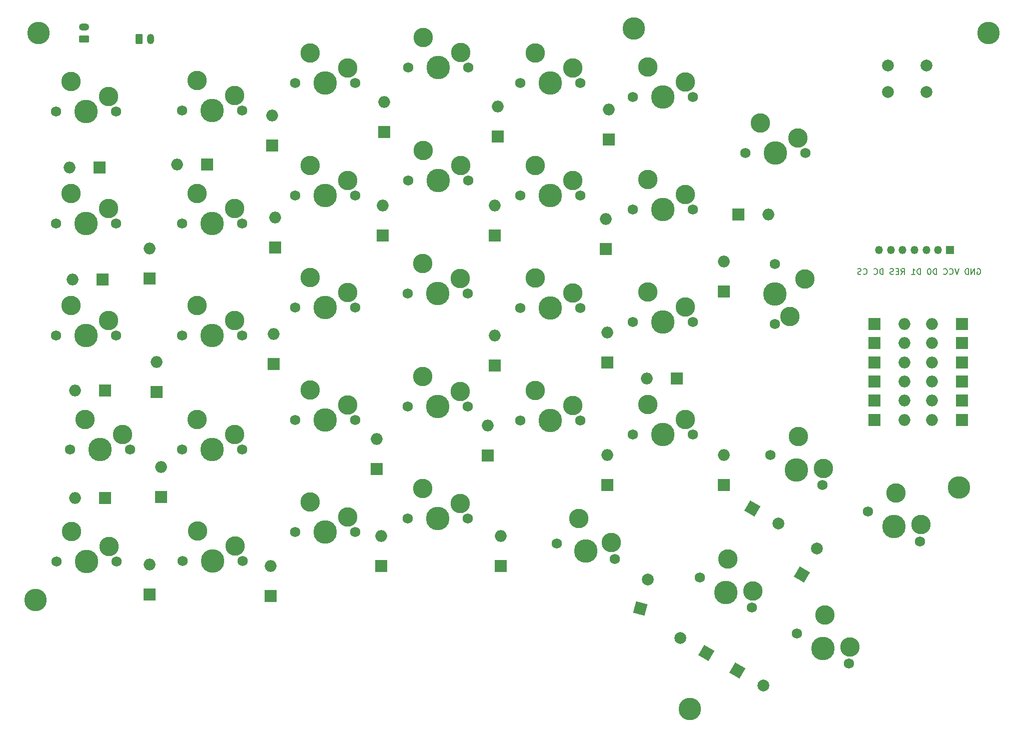
<source format=gbs>
%TF.GenerationSoftware,KiCad,Pcbnew,8.0.2-1*%
%TF.CreationDate,2024-06-04T22:44:41+02:00*%
%TF.ProjectId,keyboard_right,6b657962-6f61-4726-945f-72696768742e,rev?*%
%TF.SameCoordinates,Original*%
%TF.FileFunction,Soldermask,Bot*%
%TF.FilePolarity,Negative*%
%FSLAX46Y46*%
G04 Gerber Fmt 4.6, Leading zero omitted, Abs format (unit mm)*
G04 Created by KiCad (PCBNEW 8.0.2-1) date 2024-06-04 22:44:41*
%MOMM*%
%LPD*%
G01*
G04 APERTURE LIST*
G04 Aperture macros list*
%AMRoundRect*
0 Rectangle with rounded corners*
0 $1 Rounding radius*
0 $2 $3 $4 $5 $6 $7 $8 $9 X,Y pos of 4 corners*
0 Add a 4 corners polygon primitive as box body*
4,1,4,$2,$3,$4,$5,$6,$7,$8,$9,$2,$3,0*
0 Add four circle primitives for the rounded corners*
1,1,$1+$1,$2,$3*
1,1,$1+$1,$4,$5*
1,1,$1+$1,$6,$7*
1,1,$1+$1,$8,$9*
0 Add four rect primitives between the rounded corners*
20,1,$1+$1,$2,$3,$4,$5,0*
20,1,$1+$1,$4,$5,$6,$7,0*
20,1,$1+$1,$6,$7,$8,$9,0*
20,1,$1+$1,$8,$9,$2,$3,0*%
%AMHorizOval*
0 Thick line with rounded ends*
0 $1 width*
0 $2 $3 position (X,Y) of the first rounded end (center of the circle)*
0 $4 $5 position (X,Y) of the second rounded end (center of the circle)*
0 Add line between two ends*
20,1,$1,$2,$3,$4,$5,0*
0 Add two circle primitives to create the rounded ends*
1,1,$1,$2,$3*
1,1,$1,$4,$5*%
%AMRotRect*
0 Rectangle, with rotation*
0 The origin of the aperture is its center*
0 $1 length*
0 $2 width*
0 $3 Rotation angle, in degrees counterclockwise*
0 Add horizontal line*
21,1,$1,$2,0,0,$3*%
G04 Aperture macros list end*
%ADD10C,0.150000*%
%ADD11R,2.000000X2.000000*%
%ADD12O,2.000000X2.000000*%
%ADD13R,1.350000X1.350000*%
%ADD14O,1.350000X1.350000*%
%ADD15C,3.800000*%
%ADD16RoundRect,0.250000X0.625000X-0.350000X0.625000X0.350000X-0.625000X0.350000X-0.625000X-0.350000X0*%
%ADD17O,1.750000X1.200000*%
%ADD18RoundRect,0.250000X-0.350000X-0.625000X0.350000X-0.625000X0.350000X0.625000X-0.350000X0.625000X0*%
%ADD19O,1.200000X1.750000*%
%ADD20C,1.750000*%
%ADD21C,3.987800*%
%ADD22C,3.300000*%
%ADD23RotRect,2.000000X2.000000X330.000000*%
%ADD24HorizOval,2.000000X0.000000X0.000000X0.000000X0.000000X0*%
%ADD25RotRect,2.000000X2.000000X150.000000*%
%ADD26HorizOval,2.000000X0.000000X0.000000X0.000000X0.000000X0*%
%ADD27RotRect,2.000000X2.000000X75.000000*%
%ADD28HorizOval,2.000000X0.000000X0.000000X0.000000X0.000000X0*%
%ADD29HorizOval,2.000000X0.000000X0.000000X0.000000X0.000000X0*%
%ADD30RotRect,2.000000X2.000000X60.000000*%
%ADD31C,2.000000*%
G04 APERTURE END LIST*
D10*
X201389411Y-70417438D02*
X201484649Y-70369819D01*
X201484649Y-70369819D02*
X201627506Y-70369819D01*
X201627506Y-70369819D02*
X201770363Y-70417438D01*
X201770363Y-70417438D02*
X201865601Y-70512676D01*
X201865601Y-70512676D02*
X201913220Y-70607914D01*
X201913220Y-70607914D02*
X201960839Y-70798390D01*
X201960839Y-70798390D02*
X201960839Y-70941247D01*
X201960839Y-70941247D02*
X201913220Y-71131723D01*
X201913220Y-71131723D02*
X201865601Y-71226961D01*
X201865601Y-71226961D02*
X201770363Y-71322200D01*
X201770363Y-71322200D02*
X201627506Y-71369819D01*
X201627506Y-71369819D02*
X201532268Y-71369819D01*
X201532268Y-71369819D02*
X201389411Y-71322200D01*
X201389411Y-71322200D02*
X201341792Y-71274580D01*
X201341792Y-71274580D02*
X201341792Y-70941247D01*
X201341792Y-70941247D02*
X201532268Y-70941247D01*
X200913220Y-71369819D02*
X200913220Y-70369819D01*
X200913220Y-70369819D02*
X200341792Y-71369819D01*
X200341792Y-71369819D02*
X200341792Y-70369819D01*
X199865601Y-71369819D02*
X199865601Y-70369819D01*
X199865601Y-70369819D02*
X199627506Y-70369819D01*
X199627506Y-70369819D02*
X199484649Y-70417438D01*
X199484649Y-70417438D02*
X199389411Y-70512676D01*
X199389411Y-70512676D02*
X199341792Y-70607914D01*
X199341792Y-70607914D02*
X199294173Y-70798390D01*
X199294173Y-70798390D02*
X199294173Y-70941247D01*
X199294173Y-70941247D02*
X199341792Y-71131723D01*
X199341792Y-71131723D02*
X199389411Y-71226961D01*
X199389411Y-71226961D02*
X199484649Y-71322200D01*
X199484649Y-71322200D02*
X199627506Y-71369819D01*
X199627506Y-71369819D02*
X199865601Y-71369819D01*
X198246553Y-70369819D02*
X197913220Y-71369819D01*
X197913220Y-71369819D02*
X197579887Y-70369819D01*
X196675125Y-71274580D02*
X196722744Y-71322200D01*
X196722744Y-71322200D02*
X196865601Y-71369819D01*
X196865601Y-71369819D02*
X196960839Y-71369819D01*
X196960839Y-71369819D02*
X197103696Y-71322200D01*
X197103696Y-71322200D02*
X197198934Y-71226961D01*
X197198934Y-71226961D02*
X197246553Y-71131723D01*
X197246553Y-71131723D02*
X197294172Y-70941247D01*
X197294172Y-70941247D02*
X197294172Y-70798390D01*
X197294172Y-70798390D02*
X197246553Y-70607914D01*
X197246553Y-70607914D02*
X197198934Y-70512676D01*
X197198934Y-70512676D02*
X197103696Y-70417438D01*
X197103696Y-70417438D02*
X196960839Y-70369819D01*
X196960839Y-70369819D02*
X196865601Y-70369819D01*
X196865601Y-70369819D02*
X196722744Y-70417438D01*
X196722744Y-70417438D02*
X196675125Y-70465057D01*
X195675125Y-71274580D02*
X195722744Y-71322200D01*
X195722744Y-71322200D02*
X195865601Y-71369819D01*
X195865601Y-71369819D02*
X195960839Y-71369819D01*
X195960839Y-71369819D02*
X196103696Y-71322200D01*
X196103696Y-71322200D02*
X196198934Y-71226961D01*
X196198934Y-71226961D02*
X196246553Y-71131723D01*
X196246553Y-71131723D02*
X196294172Y-70941247D01*
X196294172Y-70941247D02*
X196294172Y-70798390D01*
X196294172Y-70798390D02*
X196246553Y-70607914D01*
X196246553Y-70607914D02*
X196198934Y-70512676D01*
X196198934Y-70512676D02*
X196103696Y-70417438D01*
X196103696Y-70417438D02*
X195960839Y-70369819D01*
X195960839Y-70369819D02*
X195865601Y-70369819D01*
X195865601Y-70369819D02*
X195722744Y-70417438D01*
X195722744Y-70417438D02*
X195675125Y-70465057D01*
X194484648Y-71369819D02*
X194484648Y-70369819D01*
X194484648Y-70369819D02*
X194246553Y-70369819D01*
X194246553Y-70369819D02*
X194103696Y-70417438D01*
X194103696Y-70417438D02*
X194008458Y-70512676D01*
X194008458Y-70512676D02*
X193960839Y-70607914D01*
X193960839Y-70607914D02*
X193913220Y-70798390D01*
X193913220Y-70798390D02*
X193913220Y-70941247D01*
X193913220Y-70941247D02*
X193960839Y-71131723D01*
X193960839Y-71131723D02*
X194008458Y-71226961D01*
X194008458Y-71226961D02*
X194103696Y-71322200D01*
X194103696Y-71322200D02*
X194246553Y-71369819D01*
X194246553Y-71369819D02*
X194484648Y-71369819D01*
X193294172Y-70369819D02*
X193198934Y-70369819D01*
X193198934Y-70369819D02*
X193103696Y-70417438D01*
X193103696Y-70417438D02*
X193056077Y-70465057D01*
X193056077Y-70465057D02*
X193008458Y-70560295D01*
X193008458Y-70560295D02*
X192960839Y-70750771D01*
X192960839Y-70750771D02*
X192960839Y-70988866D01*
X192960839Y-70988866D02*
X193008458Y-71179342D01*
X193008458Y-71179342D02*
X193056077Y-71274580D01*
X193056077Y-71274580D02*
X193103696Y-71322200D01*
X193103696Y-71322200D02*
X193198934Y-71369819D01*
X193198934Y-71369819D02*
X193294172Y-71369819D01*
X193294172Y-71369819D02*
X193389410Y-71322200D01*
X193389410Y-71322200D02*
X193437029Y-71274580D01*
X193437029Y-71274580D02*
X193484648Y-71179342D01*
X193484648Y-71179342D02*
X193532267Y-70988866D01*
X193532267Y-70988866D02*
X193532267Y-70750771D01*
X193532267Y-70750771D02*
X193484648Y-70560295D01*
X193484648Y-70560295D02*
X193437029Y-70465057D01*
X193437029Y-70465057D02*
X193389410Y-70417438D01*
X193389410Y-70417438D02*
X193294172Y-70369819D01*
X191770362Y-71369819D02*
X191770362Y-70369819D01*
X191770362Y-70369819D02*
X191532267Y-70369819D01*
X191532267Y-70369819D02*
X191389410Y-70417438D01*
X191389410Y-70417438D02*
X191294172Y-70512676D01*
X191294172Y-70512676D02*
X191246553Y-70607914D01*
X191246553Y-70607914D02*
X191198934Y-70798390D01*
X191198934Y-70798390D02*
X191198934Y-70941247D01*
X191198934Y-70941247D02*
X191246553Y-71131723D01*
X191246553Y-71131723D02*
X191294172Y-71226961D01*
X191294172Y-71226961D02*
X191389410Y-71322200D01*
X191389410Y-71322200D02*
X191532267Y-71369819D01*
X191532267Y-71369819D02*
X191770362Y-71369819D01*
X190246553Y-71369819D02*
X190817981Y-71369819D01*
X190532267Y-71369819D02*
X190532267Y-70369819D01*
X190532267Y-70369819D02*
X190627505Y-70512676D01*
X190627505Y-70512676D02*
X190722743Y-70607914D01*
X190722743Y-70607914D02*
X190817981Y-70655533D01*
X188484648Y-71369819D02*
X188817981Y-70893628D01*
X189056076Y-71369819D02*
X189056076Y-70369819D01*
X189056076Y-70369819D02*
X188675124Y-70369819D01*
X188675124Y-70369819D02*
X188579886Y-70417438D01*
X188579886Y-70417438D02*
X188532267Y-70465057D01*
X188532267Y-70465057D02*
X188484648Y-70560295D01*
X188484648Y-70560295D02*
X188484648Y-70703152D01*
X188484648Y-70703152D02*
X188532267Y-70798390D01*
X188532267Y-70798390D02*
X188579886Y-70846009D01*
X188579886Y-70846009D02*
X188675124Y-70893628D01*
X188675124Y-70893628D02*
X189056076Y-70893628D01*
X188056076Y-70846009D02*
X187722743Y-70846009D01*
X187579886Y-71369819D02*
X188056076Y-71369819D01*
X188056076Y-71369819D02*
X188056076Y-70369819D01*
X188056076Y-70369819D02*
X187579886Y-70369819D01*
X187198933Y-71322200D02*
X187056076Y-71369819D01*
X187056076Y-71369819D02*
X186817981Y-71369819D01*
X186817981Y-71369819D02*
X186722743Y-71322200D01*
X186722743Y-71322200D02*
X186675124Y-71274580D01*
X186675124Y-71274580D02*
X186627505Y-71179342D01*
X186627505Y-71179342D02*
X186627505Y-71084104D01*
X186627505Y-71084104D02*
X186675124Y-70988866D01*
X186675124Y-70988866D02*
X186722743Y-70941247D01*
X186722743Y-70941247D02*
X186817981Y-70893628D01*
X186817981Y-70893628D02*
X187008457Y-70846009D01*
X187008457Y-70846009D02*
X187103695Y-70798390D01*
X187103695Y-70798390D02*
X187151314Y-70750771D01*
X187151314Y-70750771D02*
X187198933Y-70655533D01*
X187198933Y-70655533D02*
X187198933Y-70560295D01*
X187198933Y-70560295D02*
X187151314Y-70465057D01*
X187151314Y-70465057D02*
X187103695Y-70417438D01*
X187103695Y-70417438D02*
X187008457Y-70369819D01*
X187008457Y-70369819D02*
X186770362Y-70369819D01*
X186770362Y-70369819D02*
X186627505Y-70417438D01*
X185437028Y-71369819D02*
X185437028Y-70369819D01*
X185437028Y-70369819D02*
X185198933Y-70369819D01*
X185198933Y-70369819D02*
X185056076Y-70417438D01*
X185056076Y-70417438D02*
X184960838Y-70512676D01*
X184960838Y-70512676D02*
X184913219Y-70607914D01*
X184913219Y-70607914D02*
X184865600Y-70798390D01*
X184865600Y-70798390D02*
X184865600Y-70941247D01*
X184865600Y-70941247D02*
X184913219Y-71131723D01*
X184913219Y-71131723D02*
X184960838Y-71226961D01*
X184960838Y-71226961D02*
X185056076Y-71322200D01*
X185056076Y-71322200D02*
X185198933Y-71369819D01*
X185198933Y-71369819D02*
X185437028Y-71369819D01*
X183865600Y-71274580D02*
X183913219Y-71322200D01*
X183913219Y-71322200D02*
X184056076Y-71369819D01*
X184056076Y-71369819D02*
X184151314Y-71369819D01*
X184151314Y-71369819D02*
X184294171Y-71322200D01*
X184294171Y-71322200D02*
X184389409Y-71226961D01*
X184389409Y-71226961D02*
X184437028Y-71131723D01*
X184437028Y-71131723D02*
X184484647Y-70941247D01*
X184484647Y-70941247D02*
X184484647Y-70798390D01*
X184484647Y-70798390D02*
X184437028Y-70607914D01*
X184437028Y-70607914D02*
X184389409Y-70512676D01*
X184389409Y-70512676D02*
X184294171Y-70417438D01*
X184294171Y-70417438D02*
X184151314Y-70369819D01*
X184151314Y-70369819D02*
X184056076Y-70369819D01*
X184056076Y-70369819D02*
X183913219Y-70417438D01*
X183913219Y-70417438D02*
X183865600Y-70465057D01*
X182103695Y-71274580D02*
X182151314Y-71322200D01*
X182151314Y-71322200D02*
X182294171Y-71369819D01*
X182294171Y-71369819D02*
X182389409Y-71369819D01*
X182389409Y-71369819D02*
X182532266Y-71322200D01*
X182532266Y-71322200D02*
X182627504Y-71226961D01*
X182627504Y-71226961D02*
X182675123Y-71131723D01*
X182675123Y-71131723D02*
X182722742Y-70941247D01*
X182722742Y-70941247D02*
X182722742Y-70798390D01*
X182722742Y-70798390D02*
X182675123Y-70607914D01*
X182675123Y-70607914D02*
X182627504Y-70512676D01*
X182627504Y-70512676D02*
X182532266Y-70417438D01*
X182532266Y-70417438D02*
X182389409Y-70369819D01*
X182389409Y-70369819D02*
X182294171Y-70369819D01*
X182294171Y-70369819D02*
X182151314Y-70417438D01*
X182151314Y-70417438D02*
X182103695Y-70465057D01*
X181722742Y-71322200D02*
X181579885Y-71369819D01*
X181579885Y-71369819D02*
X181341790Y-71369819D01*
X181341790Y-71369819D02*
X181246552Y-71322200D01*
X181246552Y-71322200D02*
X181198933Y-71274580D01*
X181198933Y-71274580D02*
X181151314Y-71179342D01*
X181151314Y-71179342D02*
X181151314Y-71084104D01*
X181151314Y-71084104D02*
X181198933Y-70988866D01*
X181198933Y-70988866D02*
X181246552Y-70941247D01*
X181246552Y-70941247D02*
X181341790Y-70893628D01*
X181341790Y-70893628D02*
X181532266Y-70846009D01*
X181532266Y-70846009D02*
X181627504Y-70798390D01*
X181627504Y-70798390D02*
X181675123Y-70750771D01*
X181675123Y-70750771D02*
X181722742Y-70655533D01*
X181722742Y-70655533D02*
X181722742Y-70560295D01*
X181722742Y-70560295D02*
X181675123Y-70465057D01*
X181675123Y-70465057D02*
X181627504Y-70417438D01*
X181627504Y-70417438D02*
X181532266Y-70369819D01*
X181532266Y-70369819D02*
X181294171Y-70369819D01*
X181294171Y-70369819D02*
X181151314Y-70417438D01*
D11*
%TO.C,D_I_[6:1]1*%
X183960000Y-96000000D03*
D12*
X189040000Y-96000000D03*
%TD*%
D11*
%TO.C,D_I_[3:2]1*%
X198790000Y-86250000D03*
D12*
X193710000Y-86250000D03*
%TD*%
D11*
%TO.C,D_I_[2:1]1*%
X183960000Y-83000000D03*
D12*
X189040000Y-83000000D03*
%TD*%
D11*
%TO.C,D_I_[5:1]1*%
X183960000Y-92750000D03*
D12*
X189040000Y-92750000D03*
%TD*%
D11*
%TO.C,DI_[1:1]1*%
X183960000Y-79750000D03*
D12*
X189040000Y-79750000D03*
%TD*%
D11*
%TO.C,D_I_[4:1]1*%
X183960000Y-89500000D03*
D12*
X189040000Y-89500000D03*
%TD*%
D13*
%TO.C,Display*%
X196750000Y-67250000D03*
D14*
X194750000Y-67250000D03*
X192750000Y-67250000D03*
X190750000Y-67250000D03*
X188750000Y-67250000D03*
X186750000Y-67250000D03*
X184750000Y-67250000D03*
%TD*%
D11*
%TO.C,D_I[1:2]1*%
X198790000Y-79750000D03*
D12*
X193710000Y-79750000D03*
%TD*%
D11*
%TO.C,D_I_[5:2]1*%
X198790000Y-92750000D03*
D12*
X193710000Y-92750000D03*
%TD*%
D11*
%TO.C,D_I_[4:2]1*%
X198790000Y-89500000D03*
D12*
X193710000Y-89500000D03*
%TD*%
D11*
%TO.C,D_I_[6:2]1*%
X198790000Y-96000000D03*
D12*
X193710000Y-96000000D03*
%TD*%
D11*
%TO.C,D_I_[2:2]1*%
X198790000Y-83000000D03*
D12*
X193710000Y-83000000D03*
%TD*%
D11*
%TO.C,D_I_[3:1]1*%
X183960000Y-86250000D03*
D12*
X189040000Y-86250000D03*
%TD*%
D15*
%TO.C,H1*%
X198250000Y-107500000D03*
%TD*%
%TO.C,H2*%
X42500000Y-30500000D03*
%TD*%
D16*
%TO.C,Battery1*%
X50200000Y-31500000D03*
D17*
X50200000Y-29500000D03*
%TD*%
D15*
%TO.C,H3*%
X152750000Y-145000000D03*
%TD*%
%TO.C,H6*%
X143250000Y-29750000D03*
%TD*%
D18*
%TO.C,ON/OFF1*%
X59500000Y-31500000D03*
D19*
X61500000Y-31500000D03*
%TD*%
D15*
%TO.C,H7*%
X203250000Y-30500000D03*
%TD*%
%TO.C,H5*%
X42000000Y-126500000D03*
%TD*%
D11*
%TO.C,D[3:2]1*%
X82500000Y-66790000D03*
D12*
X82500000Y-61710000D03*
%TD*%
D20*
%TO.C,SW_[7:2]1*%
X167150000Y-69590000D03*
D21*
X167150000Y-74670000D03*
D20*
X167150000Y-79750000D03*
D22*
X169690000Y-78480000D03*
X172230000Y-72130000D03*
%TD*%
D20*
%TO.C,SW_[1:4]1*%
X47840000Y-101000000D03*
D21*
X52920000Y-101000000D03*
D20*
X58000000Y-101000000D03*
D22*
X56730000Y-98460000D03*
X50380000Y-95920000D03*
%TD*%
D11*
%TO.C,D[4:2]1*%
X100750000Y-64790000D03*
D12*
X100750000Y-59710000D03*
%TD*%
D11*
%TO.C,D[5:1]1*%
X120250000Y-48040000D03*
D12*
X120250000Y-42960000D03*
%TD*%
%TO.C,D[1:5]1*%
X61250000Y-120460000D03*
D11*
X61250000Y-125540000D03*
%TD*%
%TO.C,D[6:2]1*%
X138500000Y-67040000D03*
D12*
X138500000Y-61960000D03*
%TD*%
D20*
%TO.C,SW_[6:1]1*%
X143070000Y-41300000D03*
D21*
X148150000Y-41300000D03*
D20*
X153230000Y-41300000D03*
D22*
X151960000Y-38760000D03*
X145610000Y-36220000D03*
%TD*%
D11*
%TO.C,D[5:2]1*%
X119750000Y-64790000D03*
D12*
X119750000Y-59710000D03*
%TD*%
D20*
%TO.C,SW_[2:4]1*%
X66784800Y-101000000D03*
D21*
X71864800Y-101000000D03*
D20*
X76944800Y-101000000D03*
D22*
X75674800Y-98460000D03*
X69324800Y-95920000D03*
%TD*%
D20*
%TO.C,SW_[2:5]1*%
X66840000Y-119930500D03*
D21*
X71920000Y-119930500D03*
D20*
X77000000Y-119930500D03*
D22*
X75730000Y-117390500D03*
X69380000Y-114850500D03*
%TD*%
%TO.C,SW_[1:3]1*%
X47960000Y-76670000D03*
X54310000Y-79210000D03*
D20*
X55580000Y-81750000D03*
D21*
X50500000Y-81750000D03*
D20*
X45420000Y-81750000D03*
%TD*%
D11*
%TO.C,D[6:1]1*%
X139000000Y-48540000D03*
D12*
X139000000Y-43460000D03*
%TD*%
D11*
%TO.C,D[4:5]1*%
X120750000Y-120790000D03*
D12*
X120750000Y-115710000D03*
%TD*%
D23*
%TO.C,D[7:3]1*%
X163300300Y-110980000D03*
D24*
X167699709Y-113520000D03*
%TD*%
D20*
%TO.C,SW_[6:3]1*%
X143070000Y-79430500D03*
D21*
X148150000Y-79430500D03*
D20*
X153230000Y-79430500D03*
D22*
X151960000Y-76890500D03*
X145610000Y-74350500D03*
%TD*%
D20*
%TO.C,SW_[6:5]1*%
X154400590Y-122710001D03*
D21*
X158800000Y-125250000D03*
D20*
X163199410Y-127789999D03*
D22*
X163369557Y-124955295D03*
X159140295Y-119580591D03*
%TD*%
D20*
%TO.C,SW_[2:2]1*%
X66784800Y-62750000D03*
D21*
X71864800Y-62750000D03*
D20*
X76944800Y-62750000D03*
D22*
X75674800Y-60210000D03*
X69324800Y-57670000D03*
%TD*%
D20*
%TO.C,SW_[4:3]1*%
X105000000Y-74630500D03*
D21*
X110080000Y-74630500D03*
D20*
X115160000Y-74630500D03*
D22*
X113890000Y-72090500D03*
X107540000Y-69550500D03*
%TD*%
D11*
%TO.C,D[1:1]1*%
X52790000Y-53250000D03*
D12*
X47710000Y-53250000D03*
%TD*%
D11*
%TO.C,D[4:1]1*%
X101000000Y-47290000D03*
D12*
X101000000Y-42210000D03*
%TD*%
D11*
%TO.C,D[2:4]1*%
X63250000Y-109040000D03*
D12*
X63250000Y-103960000D03*
%TD*%
D11*
%TO.C,D[1:4]1*%
X53790000Y-109250000D03*
D12*
X48710000Y-109250000D03*
%TD*%
D25*
%TO.C,D[6:5]1*%
X155500000Y-135500000D03*
D26*
X151100591Y-132960000D03*
%TD*%
D20*
%TO.C,SW_[6:4]1*%
X143070000Y-98450000D03*
D21*
X148150000Y-98450000D03*
D20*
X153230000Y-98450000D03*
D22*
X151960000Y-95910000D03*
X145610000Y-93370000D03*
%TD*%
%TO.C,SW_[5:5]1*%
X133954448Y-112670895D03*
X139430677Y-116767850D03*
D20*
X140000004Y-119550001D03*
D21*
X135093100Y-118235200D03*
D20*
X130186196Y-116920399D03*
%TD*%
D11*
%TO.C,D[6:4]1*%
X158500000Y-107040000D03*
D12*
X158500000Y-101960000D03*
%TD*%
D20*
%TO.C,SW_[7:3]1*%
X166351191Y-101970000D03*
D21*
X170750600Y-104510000D03*
D20*
X175150009Y-107050000D03*
D22*
X175320157Y-104215295D03*
X171090895Y-98840591D03*
%TD*%
D20*
%TO.C,SW_[3:1]1*%
X85920000Y-38950600D03*
D21*
X91000000Y-38950600D03*
D20*
X96080000Y-38950600D03*
D22*
X94810000Y-36410600D03*
X88460000Y-33870600D03*
%TD*%
D20*
%TO.C,SW_[6:2]1*%
X143070000Y-60350000D03*
D21*
X148150000Y-60350000D03*
D20*
X153230000Y-60350000D03*
D22*
X151960000Y-57810000D03*
X145610000Y-55270000D03*
%TD*%
D11*
%TO.C,D[5:4]1*%
X138750000Y-107040000D03*
D12*
X138750000Y-101960000D03*
%TD*%
D27*
%TO.C,D[5:5]1*%
X144342600Y-127953500D03*
D28*
X145657400Y-123046597D03*
%TD*%
D12*
%TO.C,D[1:2]1*%
X48210000Y-72250000D03*
D11*
X53290000Y-72250000D03*
%TD*%
%TO.C,D[2:3]1*%
X62500000Y-91290000D03*
D12*
X62500000Y-86210000D03*
%TD*%
D20*
%TO.C,SW_[5:3]1*%
X124020000Y-77050000D03*
D21*
X129100000Y-77050000D03*
D20*
X134180000Y-77050000D03*
D22*
X132910000Y-74510000D03*
X126560000Y-71970000D03*
%TD*%
D11*
%TO.C,D[2:2]1*%
X61250000Y-72040000D03*
D12*
X61250000Y-66960000D03*
%TD*%
D20*
%TO.C,SW_[7:5]1*%
X170850591Y-132210000D03*
D21*
X175250000Y-134750000D03*
D20*
X179649409Y-137290000D03*
D22*
X179819557Y-134455295D03*
X175590295Y-129080591D03*
%TD*%
D20*
%TO.C,SW_[3:4]1*%
X85920000Y-96000000D03*
D21*
X91000000Y-96000000D03*
D20*
X96080000Y-96000000D03*
D22*
X94810000Y-93460000D03*
X88460000Y-90920000D03*
%TD*%
D11*
%TO.C,D[3:5]1*%
X100500000Y-120790000D03*
D12*
X100500000Y-115710000D03*
%TD*%
%TO.C,D[1:3]1*%
X48710000Y-91000000D03*
D11*
X53790000Y-91000000D03*
%TD*%
%TO.C,D[4:4]1*%
X118500000Y-102040000D03*
D12*
X118500000Y-96960000D03*
%TD*%
D20*
%TO.C,SW_[5:1]1*%
X124020000Y-38950000D03*
D21*
X129100000Y-38950000D03*
D20*
X134180000Y-38950000D03*
D22*
X132910000Y-36410000D03*
X126560000Y-33870000D03*
%TD*%
D11*
%TO.C,D[7:1]1*%
X160960000Y-61250000D03*
D12*
X166040000Y-61250000D03*
%TD*%
D20*
%TO.C,SW_[4:5]1*%
X104984800Y-112750000D03*
D21*
X110064800Y-112750000D03*
D20*
X115144800Y-112750000D03*
D22*
X113874800Y-110210000D03*
X107524800Y-107670000D03*
%TD*%
D20*
%TO.C,SW_[1:5]1*%
X45500000Y-120000000D03*
D21*
X50580000Y-120000000D03*
D20*
X55660000Y-120000000D03*
D22*
X54390000Y-117460000D03*
X48040000Y-114920000D03*
%TD*%
D20*
%TO.C,SW_[4:4]1*%
X104984800Y-93750000D03*
D21*
X110064800Y-93750000D03*
D20*
X115144800Y-93750000D03*
D22*
X113874800Y-91210000D03*
X107524800Y-88670000D03*
%TD*%
D20*
%TO.C,SW_[2:1]1*%
X66800000Y-43600000D03*
D21*
X71880000Y-43600000D03*
D20*
X76960000Y-43600000D03*
D22*
X75690000Y-41060000D03*
X69340000Y-38520000D03*
%TD*%
D11*
%TO.C,D[7:2]1*%
X158500000Y-74290000D03*
D12*
X158500000Y-69210000D03*
%TD*%
D20*
%TO.C,SW_[5:4]1*%
X124020000Y-96100000D03*
D21*
X129100000Y-96100000D03*
D20*
X134180000Y-96100000D03*
D22*
X132910000Y-93560000D03*
X126560000Y-91020000D03*
%TD*%
D11*
%TO.C,D[2:5]1*%
X81750000Y-125790000D03*
D12*
X81750000Y-120710000D03*
%TD*%
D23*
%TO.C,D[7:5]1*%
X160800300Y-138480000D03*
D24*
X165199709Y-141020000D03*
%TD*%
D22*
%TO.C,SW_[2:3]1*%
X69324800Y-76670000D03*
X75674800Y-79210000D03*
D20*
X76944800Y-81750000D03*
D21*
X71864800Y-81750000D03*
D20*
X66784800Y-81750000D03*
%TD*%
%TO.C,SW_[4:2]1*%
X105020000Y-55500000D03*
D21*
X110100000Y-55500000D03*
D20*
X115180000Y-55500000D03*
D22*
X113910000Y-52960000D03*
X107560000Y-50420000D03*
%TD*%
D20*
%TO.C,SW_[4:1]1*%
X105020000Y-36350000D03*
D21*
X110100000Y-36350000D03*
D20*
X115180000Y-36350000D03*
D22*
X113910000Y-33810000D03*
X107560000Y-31270000D03*
%TD*%
D29*
%TO.C,D[7:4]1*%
X174270000Y-117800291D03*
D30*
X171730000Y-122199700D03*
%TD*%
D20*
%TO.C,SW_[3:5]1*%
X85920000Y-115000000D03*
D21*
X91000000Y-115000000D03*
D20*
X96080000Y-115000000D03*
D22*
X94810000Y-112460000D03*
X88460000Y-109920000D03*
%TD*%
D11*
%TO.C,D[3:3]1*%
X82250000Y-86540000D03*
D12*
X82250000Y-81460000D03*
%TD*%
D11*
%TO.C,D[3:4]1*%
X99750000Y-104290000D03*
D12*
X99750000Y-99210000D03*
%TD*%
D20*
%TO.C,SW_[7:4]1*%
X182900591Y-111510000D03*
D21*
X187300000Y-114050000D03*
D20*
X191699409Y-116590000D03*
D22*
X191869557Y-113755295D03*
X187640295Y-108380591D03*
%TD*%
D20*
%TO.C,SW_[1:1]1*%
X45420000Y-43750000D03*
D21*
X50500000Y-43750000D03*
D20*
X55580000Y-43750000D03*
D22*
X54310000Y-41210000D03*
X47960000Y-38670000D03*
%TD*%
D20*
%TO.C,SW_[5:2]1*%
X124020000Y-58000000D03*
D21*
X129100000Y-58000000D03*
D20*
X134180000Y-58000000D03*
D22*
X132910000Y-55460000D03*
X126560000Y-52920000D03*
%TD*%
D11*
%TO.C,D[6:3]1*%
X150540000Y-89000000D03*
D12*
X145460000Y-89000000D03*
%TD*%
D20*
%TO.C,SW_[3:2]1*%
X85920000Y-58000100D03*
D21*
X91000000Y-58000100D03*
D20*
X96080000Y-58000100D03*
D22*
X94810000Y-55460100D03*
X88460000Y-52920100D03*
%TD*%
D11*
%TO.C,D[5:3]1*%
X138750000Y-86290000D03*
D12*
X138750000Y-81210000D03*
%TD*%
D11*
%TO.C,D[4:3]1*%
X119750000Y-86790000D03*
D12*
X119750000Y-81710000D03*
%TD*%
D20*
%TO.C,SW_[1:2]1*%
X45420000Y-62750000D03*
D21*
X50500000Y-62750000D03*
D20*
X55580000Y-62750000D03*
D22*
X54310000Y-60210000D03*
X47960000Y-57670000D03*
%TD*%
D11*
%TO.C,D[2:1]1*%
X71040000Y-52750000D03*
D12*
X65960000Y-52750000D03*
%TD*%
D22*
%TO.C,SW_[3:3]1*%
X88460000Y-71920000D03*
X94810000Y-74460000D03*
D20*
X96080000Y-77000000D03*
D21*
X91000000Y-77000000D03*
D20*
X85920000Y-77000000D03*
%TD*%
%TO.C,SW_[7:1]1*%
X162120000Y-50850000D03*
D21*
X167200000Y-50850000D03*
D20*
X172280000Y-50850000D03*
D22*
X171010000Y-48310000D03*
X164660000Y-45770000D03*
%TD*%
D11*
%TO.C,D[3:1]1*%
X82000000Y-49540000D03*
D12*
X82000000Y-44460000D03*
%TD*%
D31*
%TO.C,SW1*%
X186250000Y-36000000D03*
X192750000Y-36000000D03*
X186250000Y-40500000D03*
X192750000Y-40500000D03*
%TD*%
M02*

</source>
